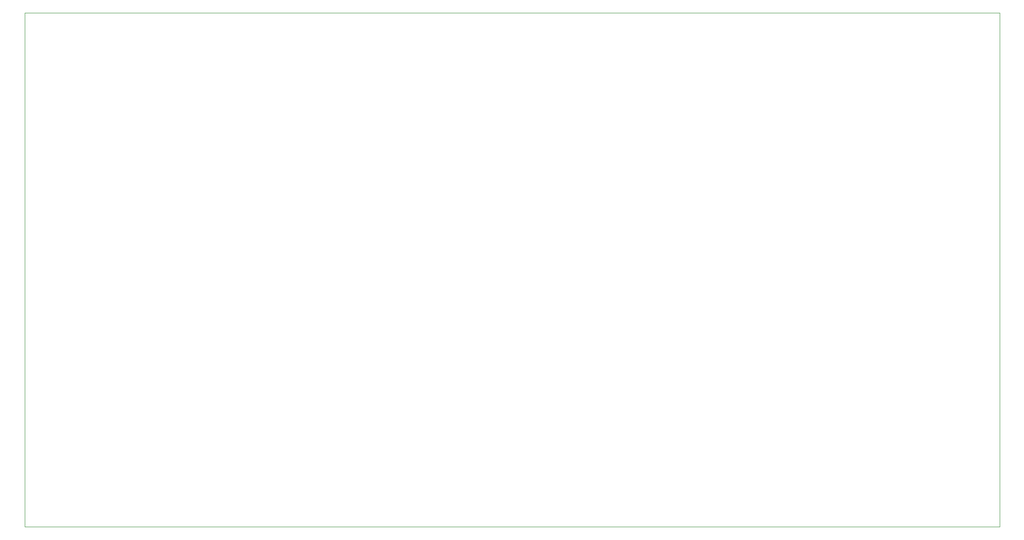
<source format=gbr>
%TF.GenerationSoftware,KiCad,Pcbnew,9.0.1*%
%TF.CreationDate,2025-07-19T09:37:53+10:00*%
%TF.ProjectId,128 X 16 RAM V4 FINAL ,31323820-5820-4313-9620-52414d205634,rev?*%
%TF.SameCoordinates,Original*%
%TF.FileFunction,Profile,NP*%
%FSLAX46Y46*%
G04 Gerber Fmt 4.6, Leading zero omitted, Abs format (unit mm)*
G04 Created by KiCad (PCBNEW 9.0.1) date 2025-07-19 09:37:53*
%MOMM*%
%LPD*%
G01*
G04 APERTURE LIST*
%TA.AperFunction,Profile*%
%ADD10C,0.100000*%
%TD*%
G04 APERTURE END LIST*
D10*
X215000000Y-55000000D02*
X65000000Y-55000000D01*
X215000000Y-55000000D02*
X245000000Y-55000000D01*
X245000000Y-55000000D02*
X245000000Y-150000000D01*
X245000000Y-150000000D02*
X65000000Y-150000000D01*
X65000000Y-55000000D02*
X65000000Y-150000000D01*
M02*

</source>
